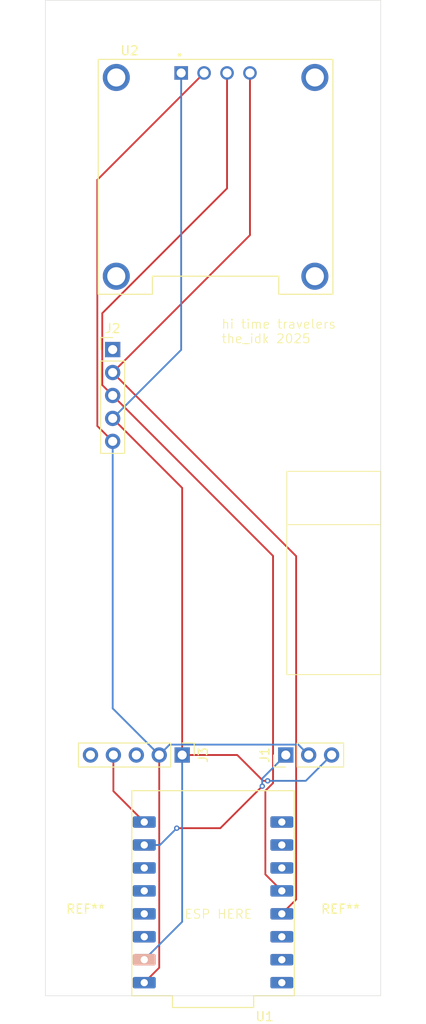
<source format=kicad_pcb>
(kicad_pcb (version 20241229) (generator "pcbnew") (generator_version "9.0")
  (layers (0 "F.Cu" signal) (2 "B.Cu" signal) (13 "F.Paste" user) (15 "B.Paste" user) (5 "F.SilkS" user "F.Silkscreen") (7 "B.SilkS" user "B.Silkscreen") (1 "F.Mask" user) (3 "B.Mask" user) (25 "Edge.Cuts" user))
  (net 0 "")
  (net 1 "PWM")
  (net 2 "+5V")
  (net 3 "GND")
  (net 4 "SCL")
  (net 5 "SDA")
  (net 8 "Out")
  (footprint "Connectors - 2.54mm Pitch:PinHeader_1x03_P2.54mm_Vertical" (layer "F.Cu") (at 87.175 135.8 90)
    (property "Reference" "J1" (at 0 -2.33 90) (layer "F.SilkS"))
    (property "Value" "SG90 3Pin")
    (fp_line (start -1.33 -1.33) (end 0 -1.33) (stroke (width 0.12)) (layer "F.SilkS"))
    (fp_line (start -1.33 0) (end -1.33 -1.33) (stroke (width 0.12)) (layer "F.SilkS"))
    (fp_line (start 1.33 1.27) (end 1.33 6.41) (stroke (width 0.12)) (layer "F.SilkS"))
    (fp_line (start -1.33 1.27) (end 1.33 1.27) (stroke (width 0.12)) (layer "F.SilkS"))
    (fp_line (start -1.33 1.27) (end -1.33 6.41) (stroke (width 0.12)) (layer "F.SilkS"))
    (fp_line (start -1.33 6.41) (end 1.33 6.41) (stroke (width 0.12)) (layer "F.SilkS"))
    (pad "1" thru_hole rect (at 0 0 90) (size 1.7 1.7) (drill 1) (layers "*.Cu" "*.Mask") (net 1 "PWM"))
    (pad "2" thru_hole oval (at 0 2.54 90) (size 1.7 1.7) (drill 1) (layers "*.Cu" "*.Mask") (net 2 "+5V"))
    (pad "3" thru_hole oval (at 0 5.08 90) (size 1.7 1.7) (drill 1) (layers "*.Cu" "*.Mask") (net 3 "GND"))
  )
  (footprint "Connectors - 2.54mm Pitch:PinHeader_1x05_P2.54mm_Vertical" (layer "F.Cu") (at 68 90.92)
    (property "Reference" "J2" (at 0 -2.33 0) (layer "F.SilkS"))
    (property "Value" "BH1750")
    (fp_line (start -1.33 -1.33) (end 0 -1.33) (stroke (width 0.12)) (layer "F.SilkS"))
    (fp_line (start -1.33 0) (end -1.33 -1.33) (stroke (width 0.12)) (layer "F.SilkS"))
    (fp_line (start -1.33 1.27) (end -1.33 11.49) (stroke (width 0.12)) (layer "F.SilkS"))
    (fp_line (start -1.33 1.27) (end 1.33 1.27) (stroke (width 0.12)) (layer "F.SilkS"))
    (fp_line (start -1.33 11.49) (end 1.33 11.49) (stroke (width 0.12)) (layer "F.SilkS"))
    (fp_line (start 1.33 1.27) (end 1.33 11.49) (stroke (width 0.12)) (layer "F.SilkS"))
    (pad "1" thru_hole rect (at 0 0) (size 1.7 1.7) (drill 1) (layers "*.Cu" "*.Mask"))
    (pad "2" thru_hole oval (at 0 2.54) (size 1.7 1.7) (drill 1) (layers "*.Cu" "*.Mask") (net 5 "SDA"))
    (pad "3" thru_hole oval (at 0 5.08) (size 1.7 1.7) (drill 1) (layers "*.Cu" "*.Mask") (net 4 "SCL"))
    (pad "4" thru_hole oval (at 0 7.62) (size 1.7 1.7) (drill 1) (layers "*.Cu" "*.Mask") (net 3 "GND"))
    (pad "5" thru_hole oval (at 0 10.16) (size 1.7 1.7) (drill 1) (layers "*.Cu" "*.Mask") (net 2 "+5V"))
  )
  (footprint "MountingHole:MountingHole_3.2mm_M3" (layer "F.Cu") (at 65 157)
    (property "Reference" "REF**" (at 0 -4.15 0) (layer "F.SilkS"))
    (property "Value" "MountingHole_3.2mm_M3")
    (pad "" np_thru_hole circle (at 0 0) (size 3.2 3.2) (drill 3.2) (layers "*.Cu" "*.Mask"))
  )
  (footprint "OLED 0.96in:MODULE_DM-OLED096-636" (layer "F.Cu") (at 79.4 71.8)
    (property "Reference" "U2" (at -9.525 -13.97 0) (layer "F.SilkS"))
    (property "Value" "DM-OLED096-636")
    (fp_line (start -13 -13) (end 13 -13) (stroke (width 0.127)) (layer "F.SilkS"))
    (fp_line (start -13 13) (end -13 -13) (stroke (width 0.127)) (layer "F.SilkS"))
    (fp_line (start -7 11) (end -7 13) (stroke (width 0.127)) (layer "F.SilkS"))
    (fp_line (start -7 13) (end -13 13) (stroke (width 0.127)) (layer "F.SilkS"))
    (fp_line (start 7 11) (end -7 11) (stroke (width 0.127)) (layer "F.SilkS"))
    (fp_line (start 7 13) (end 7 11) (stroke (width 0.127)) (layer "F.SilkS"))
    (fp_line (start 13 -13) (end 13 13) (stroke (width 0.127)) (layer "F.SilkS"))
    (fp_line (start 13 13) (end 7 13) (stroke (width 0.127)) (layer "F.SilkS"))
    (fp_circle (center -4 -13.5) (end -3.9 -13.5) (stroke (width 0.2)) (fill no) (layer "F.SilkS"))
    (pad "1" thru_hole rect (at -3.81 -11.5) (size 1.508 1.508) (drill 1) (layers "*.Cu" "*.Mask") (net 3 "GND"))
    (pad "2" thru_hole circle (at -1.27 -11.5) (size 1.508 1.508) (drill 1) (layers "*.Cu" "*.Mask") (net 2 "+5V"))
    (pad "3" thru_hole circle (at 1.27 -11.5) (size 1.508 1.508) (drill 1) (layers "*.Cu" "*.Mask") (net 4 "SCL"))
    (pad "4" thru_hole circle (at 3.81 -11.5) (size 1.508 1.508) (drill 1) (layers "*.Cu" "*.Mask") (net 5 "SDA"))
    (pad "S1" thru_hole circle (at -11 -11) (size 3 3) (drill 2) (layers "*.Cu" "*.Mask"))
    (pad "S2" thru_hole circle (at 11 -11) (size 3 3) (drill 2) (layers "*.Cu" "*.Mask"))
    (pad "S3" thru_hole circle (at 11 11) (size 3 3) (drill 2) (layers "*.Cu" "*.Mask"))
    (pad "S4" thru_hole circle (at -11 11) (size 3 3) (drill 2) (layers "*.Cu" "*.Mask"))
  )
  (footprint "MountingHole:MountingHole_3.2mm_M3" (layer "F.Cu") (at 93.241 157)
    (property "Reference" "REF**" (at 0 -4.15 0) (layer "F.SilkS"))
    (property "Value" "MountingHole_3.2mm_M3")
    (pad "" np_thru_hole circle (at 0 0) (size 3.2 3.2) (drill 3.2) (layers "*.Cu" "*.Mask"))
  )
  (footprint "ESP32 C3 Mini:MODULE_ESP32-C3_SUPERMINI_TH" (layer "F.Cu") (at 79.12 151.1 180)
    (property "Reference" "U1" (at -5.715 -13.6525 0) (layer "F.SilkS"))
    (property "Value" "ESP32-C3_SUPERMINI_TH")
    (fp_line (start 9 11.35) (end 9 -11.35) (stroke (width 0.127)) (layer "F.SilkS"))
    (fp_line (start 9 11.35) (end -9 11.35) (stroke (width 0.127)) (layer "F.SilkS"))
    (fp_line (start 9 -11.35) (end 4.5 -11.35) (stroke (width 0.127)) (layer "F.SilkS"))
    (fp_line (start 4.5 -12.65) (end 4.5 -11.35) (stroke (width 0.127)) (layer "F.SilkS"))
    (fp_line (start 4.5 -12.65) (end -4.5 -12.65) (stroke (width 0.127)) (layer "F.SilkS"))
    (fp_line (start -4.5 -11.35) (end -9 -11.35) (stroke (width 0.127)) (layer "F.SilkS"))
    (fp_line (start -4.5 -12.65) (end -4.5 -11.35) (stroke (width 0.127)) (layer "F.SilkS"))
    (fp_line (start -9 11.35) (end -9 -11.35) (stroke (width 0.127)) (layer "F.SilkS"))
    (pad "0" thru_hole roundrect (at 7.62 7.88 180) (size 2.54 1.27) (drill 0.8) (layers "*.Cu" "*.Mask") (roundrect_rratio 0.15) (net 8 "Out"))
    (pad "1" thru_hole roundrect (at 7.62 5.34 180) (size 2.54 1.27) (drill 0.8) (layers "*.Cu" "*.Mask") (roundrect_rratio 0.15) (net 1 "PWM"))
    (pad "2" thru_hole roundrect (at 7.62 2.8 180) (size 2.54 1.27) (drill 0.8) (layers "*.Cu" "*.Mask") (roundrect_rratio 0.15))
    (pad "3" thru_hole roundrect (at 7.62 0.26 180) (size 2.54 1.27) (drill 0.8) (layers "*.Cu" "*.Mask") (roundrect_rratio 0.15))
    (pad "3.3" thru_hole roundrect (at 7.62 -4.82 180) (size 2.54 1.27) (drill 0.8) (layers "*.Cu" "*.Mask") (roundrect_rratio 0.15))
    (pad "4" thru_hole roundrect (at 7.62 -2.28 180) (size 2.54 1.27) (drill 0.8) (layers "*.Cu" "*.Mask") (roundrect_rratio 0.15))
    (pad "5" thru_hole roundrect (at -7.62 -9.9 180) (size 2.54 1.27) (drill 0.8) (layers "*.Cu" "*.Mask") (roundrect_rratio 0.15))
    (pad "5V" thru_hole roundrect (at 7.62 -9.9 180) (size 2.54 1.27) (drill 0.8) (layers "*.Cu" "*.Mask") (roundrect_rratio 0.15) (net 2 "+5V"))
    (pad "6" thru_hole roundrect (at -7.62 -7.36 180) (size 2.54 1.27) (drill 0.8) (layers "*.Cu" "*.Mask") (roundrect_rratio 0.15))
    (pad "7" thru_hole roundrect (at -7.62 -4.82 180) (size 2.54 1.27) (drill 0.8) (layers "*.Cu" "*.Mask") (roundrect_rratio 0.15))
    (pad "8" thru_hole roundrect (at -7.62 -2.28 180) (size 2.54 1.27) (drill 0.8) (layers "*.Cu" "*.Mask") (roundrect_rratio 0.15) (net 5 "SDA"))
    (pad "9" thru_hole roundrect (at -7.62 0.26 180) (size 2.54 1.27) (drill 0.8) (layers "*.Cu" "*.Mask") (roundrect_rratio 0.15) (net 4 "SCL"))
    (pad "10" thru_hole roundrect (at -7.62 2.8 180) (size 2.54 1.27) (drill 0.8) (layers "*.Cu" "*.Mask") (roundrect_rratio 0.15))
    (pad "20" thru_hole roundrect (at -7.62 5.34 180) (size 2.54 1.27) (drill 0.8) (layers "*.Cu" "*.Mask") (roundrect_rratio 0.15))
    (pad "21" thru_hole roundrect (at -7.62 7.88 180) (size 2.54 1.27) (drill 0.8) (layers "*.Cu" "*.Mask") (roundrect_rratio 0.15))
    (pad "G" thru_hole roundrect (at 7.62 -7.36 180) (size 2.54 1.27) (drill 0.8) (layers "*.Cu" "*.Mask" "B.SilkS") (roundrect_rratio 0.15) (net 3 "GND"))
  )
  (footprint "Connectors - 2.54mm Pitch:PinHeader_1x05_P2.54mm_Vertical" (layer "F.Cu") (at 75.7 135.8 -90)
    (property "Reference" "J3" (at 0 -2.33 90) (layer "F.SilkS"))
    (property "Value" "MAX9814")
    (fp_line (start -1.33 11.49) (end 1.33 11.49) (stroke (width 0.12)) (layer "F.SilkS"))
    (fp_line (start -1.33 1.27) (end -1.33 11.49) (stroke (width 0.12)) (layer "F.SilkS"))
    (fp_line (start -1.33 1.27) (end 1.33 1.27) (stroke (width 0.12)) (layer "F.SilkS"))
    (fp_line (start 1.33 1.27) (end 1.33 11.49) (stroke (width 0.12)) (layer "F.SilkS"))
    (fp_line (start -1.33 0) (end -1.33 -1.33) (stroke (width 0.12)) (layer "F.SilkS"))
    (fp_line (start -1.33 -1.33) (end 0 -1.33) (stroke (width 0.12)) (layer "F.SilkS"))
    (pad "1" thru_hole rect (at 0 0 270) (size 1.7 1.7) (drill 1) (layers "*.Cu" "*.Mask") (net 3 "GND"))
    (pad "2" thru_hole oval (at 0 2.54 270) (size 1.7 1.7) (drill 1) (layers "*.Cu" "*.Mask") (net 2 "+5V"))
    (pad "3" thru_hole oval (at 0 5.08 270) (size 1.7 1.7) (drill 1) (layers "*.Cu" "*.Mask"))
    (pad "4" thru_hole oval (at 0 7.62 270) (size 1.7 1.7) (drill 1) (layers "*.Cu" "*.Mask") (net 8 "Out"))
    (pad "5" thru_hole oval (at 0 10.16 270) (size 1.7 1.7) (drill 1) (layers "*.Cu" "*.Mask"))
  )
  (gr_line (start 87.29 104.4) (end 87.29 126.9) (stroke (width 0.1)) (layer "F.SilkS"))
  (gr_line (start 97.69 104.4) (end 97.69 110.3) (stroke (width 0.1)) (layer "F.SilkS"))
  (gr_line (start 97.69 126.9) (end 97.69 104.4) (stroke (width 0.1)) (layer "F.SilkS"))
  (gr_line (start 97.69 104.4) (end 87.29 104.4) (stroke (width 0.1)) (layer "F.SilkS"))
  (gr_line (start 97.69 110.3) (end 87.29 110.3) (stroke (width 0.1)) (layer "F.SilkS"))
  (gr_line (start 87.29 126.9) (end 97.69 126.9) (stroke (width 0.1)) (layer "F.SilkS"))
  (gr_rect (start 60.5495 52.25) (end 97.6905 162.45) (stroke (width 0.05)) (fill no) (layer "Edge.Cuts"))
  (gr_text "hi time travelers\nthe_idk 2025" (at 80 90.3 0) (layer "F.SilkS") (effects (font (size 1 1) (thickness 0.1)) (justify left bottom)))
  (gr_text "ESP HERE" (at 75.9 154 0) (layer "F.SilkS") (effects (font (size 1 1) (thickness 0.1)) (justify left bottom)))
  (segment (start 75.1 143.9) (end 79.924942 143.9) (width 0.2) (layer "F.Cu") (net 1))
  (segment (start 79.924942 143.9) (end 84.572599 139.252343) (width 0.2) (layer "F.Cu") (net 1))
  (via (at 75.1 143.9) (size 0.6) (drill 0.3) (layers "F.Cu" "B.Cu") (net 1))
  (via (at 84.572599 139.252343) (size 0.6) (drill 0.3) (layers "F.Cu" "B.Cu") (net 1))
  (segment (start 73.24 145.76) (end 75.1 143.9) (width 0.2) (layer "B.Cu") (net 1))
  (segment (start 71.5 145.76) (end 73.24 145.76) (width 0.2) (layer "B.Cu") (net 1))
  (segment (start 84.564 138.411) (end 87.175 135.8) (width 0.2) (layer "B.Cu") (net 1))
  (segment (start 84.564 139.243744) (end 84.564 138.411) (width 0.2) (layer "B.Cu") (net 1))
  (segment (start 84.572599 139.252343) (end 84.564 139.243744) (width 0.2) (layer "B.Cu") (net 1))
  (segment (start 68 101.08) (end 66.3 99.38) (width 0.2) (layer "F.Cu") (net 2))
  (segment (start 73.16 159.34) (end 73.16 135.8) (width 0.2) (layer "F.Cu") (net 2))
  (segment (start 71.5 161) (end 73.16 159.34) (width 0.2) (layer "F.Cu") (net 2))
  (segment (start 66.3 72.13) (end 78.13 60.3) (width 0.2) (layer "F.Cu") (net 2))
  (segment (start 66.3 99.38) (end 66.3 72.13) (width 0.2) (layer "F.Cu") (net 2))
  (segment (start 89.715 135.8) (end 88.564 134.649) (width 0.2) (layer "B.Cu") (net 2))
  (segment (start 88.564 134.649) (end 74.311 134.649) (width 0.2) (layer "B.Cu") (net 2))
  (segment (start 73.16 135.8) (end 68 130.64) (width 0.2) (layer "B.Cu") (net 2))
  (segment (start 68 130.64) (end 68 101.08) (width 0.2) (layer "B.Cu") (net 2))
  (segment (start 74.311 134.649) (end 73.16 135.8) (width 0.2) (layer "B.Cu") (net 2))
  (segment (start 75.7 106.24) (end 68 98.54) (width 0.2) (layer "F.Cu") (net 3))
  (segment (start 81.8 135.8) (end 75.7 135.8) (width 0.2) (layer "F.Cu") (net 3))
  (segment (start 85.165 138.658527) (end 84.658527 138.658527) (width 0.2) (layer "F.Cu") (net 3))
  (segment (start 84.658527 138.658527) (end 81.8 135.8) (width 0.2) (layer "F.Cu") (net 3))
  (segment (start 75.7 135.8) (end 75.7 106.24) (width 0.2) (layer "F.Cu") (net 3))
  (via (at 85.165 138.658527) (size 0.6) (drill 0.3) (layers "F.Cu" "B.Cu") (net 3))
  (segment (start 71.5 158.46) (end 75.7 154.26) (width 0.2) (layer "B.Cu") (net 3))
  (segment (start 75.59 90.95) (end 75.59 60.3) (width 0.2) (layer "B.Cu") (net 3))
  (segment (start 75.7 154.26) (end 75.7 135.8) (width 0.2) (layer "B.Cu") (net 3))
  (segment (start 89.396473 138.658527) (end 85.165 138.658527) (width 0.2) (layer "B.Cu") (net 3))
  (segment (start 68 98.54) (end 75.59 90.95) (width 0.2) (layer "B.Cu") (net 3))
  (segment (start 92.255 135.8) (end 89.396473 138.658527) (width 0.2) (layer "B.Cu") (net 3))
  (segment (start 66.849 86.897999) (end 80.67 73.076999) (width 0.2) (layer "F.Cu") (net 4))
  (segment (start 84.916057 139.757413) (end 85.766 138.90747) (width 0.2) (layer "F.Cu") (net 4))
  (segment (start 86.74 150.84) (end 84.916057 149.016057) (width 0.2) (layer "F.Cu") (net 4))
  (segment (start 68 96) (end 66.849 94.849) (width 0.2) (layer "F.Cu") (net 4))
  (segment (start 66.849 94.849) (end 66.849 86.897999) (width 0.2) (layer "F.Cu") (net 4))
  (segment (start 84.916057 149.016057) (end 84.916057 139.757413) (width 0.2) (layer "F.Cu") (net 4))
  (segment (start 80.67 73.076999) (end 80.67 60.3) (width 0.2) (layer "F.Cu") (net 4))
  (segment (start 85.766 113.766) (end 68 96) (width 0.2) (layer "F.Cu") (net 4))
  (segment (start 85.766 138.90747) (end 85.766 113.766) (width 0.2) (layer "F.Cu") (net 4))
  (segment (start 86.74 153.38) (end 88.326 151.794) (width 0.2) (layer "F.Cu") (net 5))
  (segment (start 88.326 151.794) (end 88.326 113.786) (width 0.2) (layer "F.Cu") (net 5))
  (segment (start 83.21 78.25) (end 83.21 60.3) (width 0.2) (layer "F.Cu") (net 5))
  (segment (start 88.326 113.786) (end 68 93.46) (width 0.2) (layer "F.Cu") (net 5))
  (segment (start 68 93.46) (end 83.21 78.25) (width 0.2) (layer "F.Cu") (net 5))
  (segment (start 68.08 139.8) (end 68.08 135.8) (width 0.2) (layer "F.Cu") (net 8))
  (segment (start 71.5 143.22) (end 68.08 139.8) (width 0.2) (layer "F.Cu") (net 8))
)
</source>
